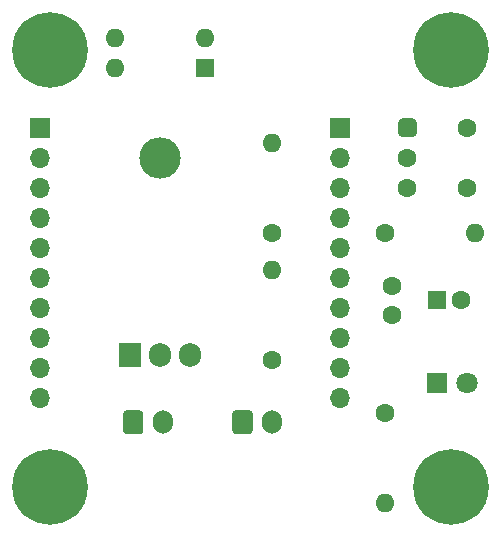
<source format=gbr>
%TF.GenerationSoftware,KiCad,Pcbnew,(5.1.9)-1*%
%TF.CreationDate,2022-07-22T01:31:31+09:00*%
%TF.ProjectId,Transmitter,5472616e-736d-4697-9474-65722e6b6963,rev?*%
%TF.SameCoordinates,Original*%
%TF.FileFunction,Soldermask,Top*%
%TF.FilePolarity,Negative*%
%FSLAX46Y46*%
G04 Gerber Fmt 4.6, Leading zero omitted, Abs format (unit mm)*
G04 Created by KiCad (PCBNEW (5.1.9)-1) date 2022-07-22 01:31:31*
%MOMM*%
%LPD*%
G01*
G04 APERTURE LIST*
%ADD10O,1.700000X2.000000*%
%ADD11R,1.700000X1.700000*%
%ADD12O,1.700000X1.700000*%
%ADD13C,1.600000*%
%ADD14O,1.600000X1.600000*%
%ADD15R,1.800000X1.800000*%
%ADD16C,1.800000*%
%ADD17C,6.400000*%
%ADD18C,0.800000*%
%ADD19R,1.600000X1.600000*%
%ADD20O,3.500000X3.500000*%
%ADD21R,1.905000X2.000000*%
%ADD22O,1.905000X2.000000*%
G04 APERTURE END LIST*
%TO.C,J6*%
G36*
G01*
X146470000Y-108240000D02*
X146470000Y-106740000D01*
G75*
G02*
X146720000Y-106490000I250000J0D01*
G01*
X147920000Y-106490000D01*
G75*
G02*
X148170000Y-106740000I0J-250000D01*
G01*
X148170000Y-108240000D01*
G75*
G02*
X147920000Y-108490000I-250000J0D01*
G01*
X146720000Y-108490000D01*
G75*
G02*
X146470000Y-108240000I0J250000D01*
G01*
G37*
D10*
X149820000Y-107490000D03*
%TD*%
D11*
%TO.C,J3*%
X130175000Y-82550000D03*
D12*
X130175000Y-85090000D03*
X130175000Y-87630000D03*
X130175000Y-90170000D03*
X130175000Y-92710000D03*
X130175000Y-95250000D03*
X130175000Y-97790000D03*
X130175000Y-100330000D03*
X130175000Y-102870000D03*
X130175000Y-105410000D03*
%TD*%
%TO.C,J4*%
X155575000Y-105410000D03*
X155575000Y-102870000D03*
X155575000Y-100330000D03*
X155575000Y-97790000D03*
X155575000Y-95250000D03*
X155575000Y-92710000D03*
X155575000Y-90170000D03*
X155575000Y-87630000D03*
X155575000Y-85090000D03*
D11*
X155575000Y-82550000D03*
%TD*%
%TO.C,J5*%
G36*
G01*
X137220000Y-108240000D02*
X137220000Y-106740000D01*
G75*
G02*
X137470000Y-106490000I250000J0D01*
G01*
X138670000Y-106490000D01*
G75*
G02*
X138920000Y-106740000I0J-250000D01*
G01*
X138920000Y-108240000D01*
G75*
G02*
X138670000Y-108490000I-250000J0D01*
G01*
X137470000Y-108490000D01*
G75*
G02*
X137220000Y-108240000I0J250000D01*
G01*
G37*
D10*
X140570000Y-107490000D03*
%TD*%
D13*
%TO.C,SW1*%
X166370000Y-87630000D03*
X166370000Y-82550000D03*
G36*
G01*
X162090000Y-82150000D02*
X162090000Y-82950000D01*
G75*
G02*
X161690000Y-83350000I-400000J0D01*
G01*
X160890000Y-83350000D01*
G75*
G02*
X160490000Y-82950000I0J400000D01*
G01*
X160490000Y-82150000D01*
G75*
G02*
X160890000Y-81750000I400000J0D01*
G01*
X161690000Y-81750000D01*
G75*
G02*
X162090000Y-82150000I0J-400000D01*
G01*
G37*
X161290000Y-85090000D03*
X161290000Y-87630000D03*
%TD*%
%TO.C,R1*%
X149860000Y-91440000D03*
D14*
X149860000Y-83820000D03*
%TD*%
D13*
%TO.C,R2*%
X149860000Y-102235000D03*
D14*
X149860000Y-94615000D03*
%TD*%
D13*
%TO.C,R3*%
X159385000Y-91440000D03*
D14*
X167005000Y-91440000D03*
%TD*%
D15*
%TO.C,D1*%
X163830000Y-104140000D03*
D16*
X166370000Y-104140000D03*
%TD*%
D17*
%TO.C,H1*%
X131000000Y-76000000D03*
D18*
X133400000Y-76000000D03*
X132697056Y-77697056D03*
X131000000Y-78400000D03*
X129302944Y-77697056D03*
X128600000Y-76000000D03*
X129302944Y-74302944D03*
X131000000Y-73600000D03*
X132697056Y-74302944D03*
%TD*%
%TO.C,H2*%
X132697056Y-111302944D03*
X131000000Y-110600000D03*
X129302944Y-111302944D03*
X128600000Y-113000000D03*
X129302944Y-114697056D03*
X131000000Y-115400000D03*
X132697056Y-114697056D03*
X133400000Y-113000000D03*
D17*
X131000000Y-113000000D03*
%TD*%
%TO.C,H3*%
X165000000Y-113000000D03*
D18*
X167400000Y-113000000D03*
X166697056Y-114697056D03*
X165000000Y-115400000D03*
X163302944Y-114697056D03*
X162600000Y-113000000D03*
X163302944Y-111302944D03*
X165000000Y-110600000D03*
X166697056Y-111302944D03*
%TD*%
%TO.C,H4*%
X166697056Y-74302944D03*
X165000000Y-73600000D03*
X163302944Y-74302944D03*
X162600000Y-76000000D03*
X163302944Y-77697056D03*
X165000000Y-78400000D03*
X166697056Y-77697056D03*
X167400000Y-76000000D03*
D17*
X165000000Y-76000000D03*
%TD*%
D13*
%TO.C,R4*%
X159385000Y-106680000D03*
D14*
X159385000Y-114300000D03*
%TD*%
D19*
%TO.C,U2*%
X144145000Y-77470000D03*
D14*
X136525000Y-74930000D03*
X144145000Y-74930000D03*
X136525000Y-77470000D03*
%TD*%
D20*
%TO.C,U1*%
X140335000Y-85090000D03*
D21*
X137795000Y-101750000D03*
D22*
X140335000Y-101750000D03*
X142875000Y-101750000D03*
%TD*%
D13*
%TO.C,C1*%
X160020000Y-98425000D03*
X160020000Y-95925000D03*
%TD*%
D19*
%TO.C,C2*%
X163830000Y-97155000D03*
D13*
X165830000Y-97155000D03*
%TD*%
M02*

</source>
